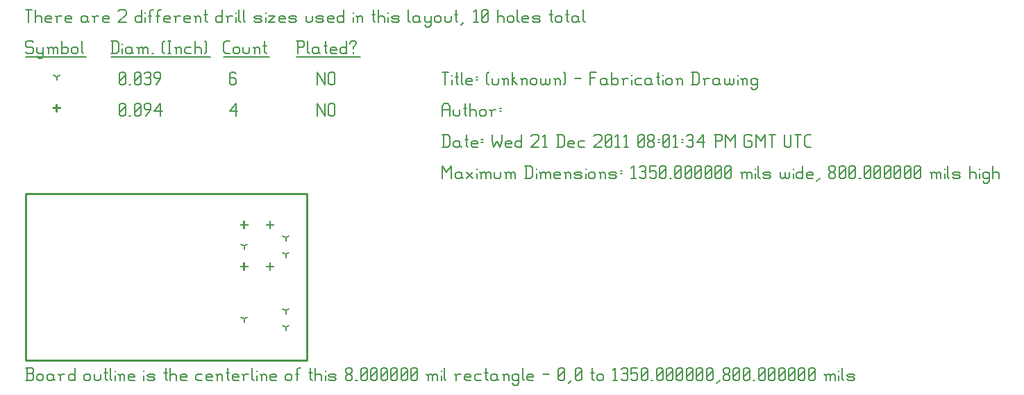
<source format=gbr>
G04 start of page 8 for group -3984 idx -3984 *
G04 Title: (unknown), fab *
G04 Creator: pcb 1.99z *
G04 CreationDate: Wed 21 Dec 2011 08:01:34 PM GMT UTC *
G04 For: dijkstra *
G04 Format: Gerber/RS-274X *
G04 PCB-Dimensions: 135000 80000 *
G04 PCB-Coordinate-Origin: lower left *
%MOIN*%
%FSLAX25Y25*%
%LNFAB*%
%ADD28C,0.0100*%
%ADD27C,0.0075*%
%ADD26C,0.0060*%
%ADD25R,0.0080X0.0080*%
G54D25*X105000Y66600D02*Y63400D01*
X103400Y65000D02*X106600D01*
X117500Y66600D02*Y63400D01*
X115900Y65000D02*X119100D01*
X117500Y46600D02*Y43400D01*
X115900Y45000D02*X119100D01*
X105000Y46600D02*Y43400D01*
X103400Y45000D02*X106600D01*
X15000Y122850D02*Y119650D01*
X13400Y121250D02*X16600D01*
G54D26*X140000Y123500D02*Y117500D01*
Y123500D02*X143750Y117500D01*
Y123500D02*Y117500D01*
X145550Y122750D02*Y118250D01*
Y122750D02*X146300Y123500D01*
X147800D01*
X148550Y122750D01*
Y118250D01*
X147800Y117500D02*X148550Y118250D01*
X146300Y117500D02*X147800D01*
X145550Y118250D02*X146300Y117500D01*
X98000Y119750D02*X101000Y123500D01*
X98000Y119750D02*X101750D01*
X101000Y123500D02*Y117500D01*
X45000Y118250D02*X45750Y117500D01*
X45000Y122750D02*Y118250D01*
Y122750D02*X45750Y123500D01*
X47250D01*
X48000Y122750D01*
Y118250D01*
X47250Y117500D02*X48000Y118250D01*
X45750Y117500D02*X47250D01*
X45000Y119000D02*X48000Y122000D01*
X49800Y117500D02*X50550D01*
X52350Y118250D02*X53100Y117500D01*
X52350Y122750D02*Y118250D01*
Y122750D02*X53100Y123500D01*
X54600D01*
X55350Y122750D01*
Y118250D01*
X54600Y117500D02*X55350Y118250D01*
X53100Y117500D02*X54600D01*
X52350Y119000D02*X55350Y122000D01*
X57900Y117500D02*X60150Y120500D01*
Y122750D02*Y120500D01*
X59400Y123500D02*X60150Y122750D01*
X57900Y123500D02*X59400D01*
X57150Y122750D02*X57900Y123500D01*
X57150Y122750D02*Y121250D01*
X57900Y120500D01*
X60150D01*
X61950Y119750D02*X64950Y123500D01*
X61950Y119750D02*X65700D01*
X64950Y123500D02*Y117500D01*
X105000Y55000D02*Y53400D01*
Y55000D02*X106387Y55800D01*
X105000Y55000D02*X103613Y55800D01*
X125000Y59000D02*Y57400D01*
Y59000D02*X126387Y59800D01*
X125000Y59000D02*X123613Y59800D01*
X125000Y51000D02*Y49400D01*
Y51000D02*X126387Y51800D01*
X125000Y51000D02*X123613Y51800D01*
X105000Y20000D02*Y18400D01*
Y20000D02*X106387Y20800D01*
X105000Y20000D02*X103613Y20800D01*
X125000Y24000D02*Y22400D01*
Y24000D02*X126387Y24800D01*
X125000Y24000D02*X123613Y24800D01*
X125000Y16000D02*Y14400D01*
Y16000D02*X126387Y16800D01*
X125000Y16000D02*X123613Y16800D01*
X15000Y136250D02*Y134650D01*
Y136250D02*X16387Y137050D01*
X15000Y136250D02*X13613Y137050D01*
X140000Y138500D02*Y132500D01*
Y138500D02*X143750Y132500D01*
Y138500D02*Y132500D01*
X145550Y137750D02*Y133250D01*
Y137750D02*X146300Y138500D01*
X147800D01*
X148550Y137750D01*
Y133250D01*
X147800Y132500D02*X148550Y133250D01*
X146300Y132500D02*X147800D01*
X145550Y133250D02*X146300Y132500D01*
X100250Y138500D02*X101000Y137750D01*
X98750Y138500D02*X100250D01*
X98000Y137750D02*X98750Y138500D01*
X98000Y137750D02*Y133250D01*
X98750Y132500D01*
X100250Y135800D02*X101000Y135050D01*
X98000Y135800D02*X100250D01*
X98750Y132500D02*X100250D01*
X101000Y133250D01*
Y135050D02*Y133250D01*
X45000D02*X45750Y132500D01*
X45000Y137750D02*Y133250D01*
Y137750D02*X45750Y138500D01*
X47250D01*
X48000Y137750D01*
Y133250D01*
X47250Y132500D02*X48000Y133250D01*
X45750Y132500D02*X47250D01*
X45000Y134000D02*X48000Y137000D01*
X49800Y132500D02*X50550D01*
X52350Y133250D02*X53100Y132500D01*
X52350Y137750D02*Y133250D01*
Y137750D02*X53100Y138500D01*
X54600D01*
X55350Y137750D01*
Y133250D01*
X54600Y132500D02*X55350Y133250D01*
X53100Y132500D02*X54600D01*
X52350Y134000D02*X55350Y137000D01*
X57150Y137750D02*X57900Y138500D01*
X59400D01*
X60150Y137750D01*
X59400Y132500D02*X60150Y133250D01*
X57900Y132500D02*X59400D01*
X57150Y133250D02*X57900Y132500D01*
Y135800D02*X59400D01*
X60150Y137750D02*Y136550D01*
Y135050D02*Y133250D01*
Y135050D02*X59400Y135800D01*
X60150Y136550D02*X59400Y135800D01*
X62700Y132500D02*X64950Y135500D01*
Y137750D02*Y135500D01*
X64200Y138500D02*X64950Y137750D01*
X62700Y138500D02*X64200D01*
X61950Y137750D02*X62700Y138500D01*
X61950Y137750D02*Y136250D01*
X62700Y135500D01*
X64950D01*
X3000Y153500D02*X3750Y152750D01*
X750Y153500D02*X3000D01*
X0Y152750D02*X750Y153500D01*
X0Y152750D02*Y151250D01*
X750Y150500D01*
X3000D01*
X3750Y149750D01*
Y148250D01*
X3000Y147500D02*X3750Y148250D01*
X750Y147500D02*X3000D01*
X0Y148250D02*X750Y147500D01*
X5550Y150500D02*Y148250D01*
X6300Y147500D01*
X8550Y150500D02*Y146000D01*
X7800Y145250D02*X8550Y146000D01*
X6300Y145250D02*X7800D01*
X5550Y146000D02*X6300Y145250D01*
Y147500D02*X7800D01*
X8550Y148250D01*
X11100Y149750D02*Y147500D01*
Y149750D02*X11850Y150500D01*
X12600D01*
X13350Y149750D01*
Y147500D01*
Y149750D02*X14100Y150500D01*
X14850D01*
X15600Y149750D01*
Y147500D01*
X10350Y150500D02*X11100Y149750D01*
X17400Y153500D02*Y147500D01*
Y148250D02*X18150Y147500D01*
X19650D01*
X20400Y148250D01*
Y149750D02*Y148250D01*
X19650Y150500D02*X20400Y149750D01*
X18150Y150500D02*X19650D01*
X17400Y149750D02*X18150Y150500D01*
X22200Y149750D02*Y148250D01*
Y149750D02*X22950Y150500D01*
X24450D01*
X25200Y149750D01*
Y148250D01*
X24450Y147500D02*X25200Y148250D01*
X22950Y147500D02*X24450D01*
X22200Y148250D02*X22950Y147500D01*
X27000Y153500D02*Y148250D01*
X27750Y147500D01*
X0Y145750D02*X29250D01*
X41750Y153500D02*Y147500D01*
X43700Y153500D02*X44750Y152450D01*
Y148550D01*
X43700Y147500D02*X44750Y148550D01*
X41000Y147500D02*X43700D01*
X41000Y153500D02*X43700D01*
G54D27*X46550Y152000D02*Y151850D01*
G54D26*Y149750D02*Y147500D01*
X50300Y150500D02*X51050Y149750D01*
X48800Y150500D02*X50300D01*
X48050Y149750D02*X48800Y150500D01*
X48050Y149750D02*Y148250D01*
X48800Y147500D01*
X51050Y150500D02*Y148250D01*
X51800Y147500D01*
X48800D02*X50300D01*
X51050Y148250D01*
X54350Y149750D02*Y147500D01*
Y149750D02*X55100Y150500D01*
X55850D01*
X56600Y149750D01*
Y147500D01*
Y149750D02*X57350Y150500D01*
X58100D01*
X58850Y149750D01*
Y147500D01*
X53600Y150500D02*X54350Y149750D01*
X60650Y147500D02*X61400D01*
X65900Y148250D02*X66650Y147500D01*
X65900Y152750D02*X66650Y153500D01*
X65900Y152750D02*Y148250D01*
X68450Y153500D02*X69950D01*
X69200D02*Y147500D01*
X68450D02*X69950D01*
X72500Y149750D02*Y147500D01*
Y149750D02*X73250Y150500D01*
X74000D01*
X74750Y149750D01*
Y147500D01*
X71750Y150500D02*X72500Y149750D01*
X77300Y150500D02*X79550D01*
X76550Y149750D02*X77300Y150500D01*
X76550Y149750D02*Y148250D01*
X77300Y147500D01*
X79550D01*
X81350Y153500D02*Y147500D01*
Y149750D02*X82100Y150500D01*
X83600D01*
X84350Y149750D01*
Y147500D01*
X86150Y153500D02*X86900Y152750D01*
Y148250D01*
X86150Y147500D02*X86900Y148250D01*
X41000Y145750D02*X88700D01*
X96050Y147500D02*X98000D01*
X95000Y148550D02*X96050Y147500D01*
X95000Y152450D02*Y148550D01*
Y152450D02*X96050Y153500D01*
X98000D01*
X99800Y149750D02*Y148250D01*
Y149750D02*X100550Y150500D01*
X102050D01*
X102800Y149750D01*
Y148250D01*
X102050Y147500D02*X102800Y148250D01*
X100550Y147500D02*X102050D01*
X99800Y148250D02*X100550Y147500D01*
X104600Y150500D02*Y148250D01*
X105350Y147500D01*
X106850D01*
X107600Y148250D01*
Y150500D02*Y148250D01*
X110150Y149750D02*Y147500D01*
Y149750D02*X110900Y150500D01*
X111650D01*
X112400Y149750D01*
Y147500D01*
X109400Y150500D02*X110150Y149750D01*
X114950Y153500D02*Y148250D01*
X115700Y147500D01*
X114200Y151250D02*X115700D01*
X95000Y145750D02*X117200D01*
X130750Y153500D02*Y147500D01*
X130000Y153500D02*X133000D01*
X133750Y152750D01*
Y151250D01*
X133000Y150500D02*X133750Y151250D01*
X130750Y150500D02*X133000D01*
X135550Y153500D02*Y148250D01*
X136300Y147500D01*
X140050Y150500D02*X140800Y149750D01*
X138550Y150500D02*X140050D01*
X137800Y149750D02*X138550Y150500D01*
X137800Y149750D02*Y148250D01*
X138550Y147500D01*
X140800Y150500D02*Y148250D01*
X141550Y147500D01*
X138550D02*X140050D01*
X140800Y148250D01*
X144100Y153500D02*Y148250D01*
X144850Y147500D01*
X143350Y151250D02*X144850D01*
X147100Y147500D02*X149350D01*
X146350Y148250D02*X147100Y147500D01*
X146350Y149750D02*Y148250D01*
Y149750D02*X147100Y150500D01*
X148600D01*
X149350Y149750D01*
X146350Y149000D02*X149350D01*
Y149750D02*Y149000D01*
X154150Y153500D02*Y147500D01*
X153400D02*X154150Y148250D01*
X151900Y147500D02*X153400D01*
X151150Y148250D02*X151900Y147500D01*
X151150Y149750D02*Y148250D01*
Y149750D02*X151900Y150500D01*
X153400D01*
X154150Y149750D01*
X157450Y150500D02*Y149750D01*
Y148250D02*Y147500D01*
X155950Y152750D02*Y152000D01*
Y152750D02*X156700Y153500D01*
X158200D01*
X158950Y152750D01*
Y152000D01*
X157450Y150500D02*X158950Y152000D01*
X130000Y145750D02*X160750D01*
X0Y168500D02*X3000D01*
X1500D02*Y162500D01*
X4800Y168500D02*Y162500D01*
Y164750D02*X5550Y165500D01*
X7050D01*
X7800Y164750D01*
Y162500D01*
X10350D02*X12600D01*
X9600Y163250D02*X10350Y162500D01*
X9600Y164750D02*Y163250D01*
Y164750D02*X10350Y165500D01*
X11850D01*
X12600Y164750D01*
X9600Y164000D02*X12600D01*
Y164750D02*Y164000D01*
X15150Y164750D02*Y162500D01*
Y164750D02*X15900Y165500D01*
X17400D01*
X14400D02*X15150Y164750D01*
X19950Y162500D02*X22200D01*
X19200Y163250D02*X19950Y162500D01*
X19200Y164750D02*Y163250D01*
Y164750D02*X19950Y165500D01*
X21450D01*
X22200Y164750D01*
X19200Y164000D02*X22200D01*
Y164750D02*Y164000D01*
X28950Y165500D02*X29700Y164750D01*
X27450Y165500D02*X28950D01*
X26700Y164750D02*X27450Y165500D01*
X26700Y164750D02*Y163250D01*
X27450Y162500D01*
X29700Y165500D02*Y163250D01*
X30450Y162500D01*
X27450D02*X28950D01*
X29700Y163250D01*
X33000Y164750D02*Y162500D01*
Y164750D02*X33750Y165500D01*
X35250D01*
X32250D02*X33000Y164750D01*
X37800Y162500D02*X40050D01*
X37050Y163250D02*X37800Y162500D01*
X37050Y164750D02*Y163250D01*
Y164750D02*X37800Y165500D01*
X39300D01*
X40050Y164750D01*
X37050Y164000D02*X40050D01*
Y164750D02*Y164000D01*
X44550Y167750D02*X45300Y168500D01*
X47550D01*
X48300Y167750D01*
Y166250D01*
X44550Y162500D02*X48300Y166250D01*
X44550Y162500D02*X48300D01*
X55800Y168500D02*Y162500D01*
X55050D02*X55800Y163250D01*
X53550Y162500D02*X55050D01*
X52800Y163250D02*X53550Y162500D01*
X52800Y164750D02*Y163250D01*
Y164750D02*X53550Y165500D01*
X55050D01*
X55800Y164750D01*
G54D27*X57600Y167000D02*Y166850D01*
G54D26*Y164750D02*Y162500D01*
X59850Y167750D02*Y162500D01*
Y167750D02*X60600Y168500D01*
X61350D01*
X59100Y165500D02*X60600D01*
X63600Y167750D02*Y162500D01*
Y167750D02*X64350Y168500D01*
X65100D01*
X62850Y165500D02*X64350D01*
X67350Y162500D02*X69600D01*
X66600Y163250D02*X67350Y162500D01*
X66600Y164750D02*Y163250D01*
Y164750D02*X67350Y165500D01*
X68850D01*
X69600Y164750D01*
X66600Y164000D02*X69600D01*
Y164750D02*Y164000D01*
X72150Y164750D02*Y162500D01*
Y164750D02*X72900Y165500D01*
X74400D01*
X71400D02*X72150Y164750D01*
X76950Y162500D02*X79200D01*
X76200Y163250D02*X76950Y162500D01*
X76200Y164750D02*Y163250D01*
Y164750D02*X76950Y165500D01*
X78450D01*
X79200Y164750D01*
X76200Y164000D02*X79200D01*
Y164750D02*Y164000D01*
X81750Y164750D02*Y162500D01*
Y164750D02*X82500Y165500D01*
X83250D01*
X84000Y164750D01*
Y162500D01*
X81000Y165500D02*X81750Y164750D01*
X86550Y168500D02*Y163250D01*
X87300Y162500D01*
X85800Y166250D02*X87300D01*
X94500Y168500D02*Y162500D01*
X93750D02*X94500Y163250D01*
X92250Y162500D02*X93750D01*
X91500Y163250D02*X92250Y162500D01*
X91500Y164750D02*Y163250D01*
Y164750D02*X92250Y165500D01*
X93750D01*
X94500Y164750D01*
X97050D02*Y162500D01*
Y164750D02*X97800Y165500D01*
X99300D01*
X96300D02*X97050Y164750D01*
G54D27*X101100Y167000D02*Y166850D01*
G54D26*Y164750D02*Y162500D01*
X102600Y168500D02*Y163250D01*
X103350Y162500D01*
X104850Y168500D02*Y163250D01*
X105600Y162500D01*
X110550D02*X112800D01*
X113550Y163250D01*
X112800Y164000D02*X113550Y163250D01*
X110550Y164000D02*X112800D01*
X109800Y164750D02*X110550Y164000D01*
X109800Y164750D02*X110550Y165500D01*
X112800D01*
X113550Y164750D01*
X109800Y163250D02*X110550Y162500D01*
G54D27*X115350Y167000D02*Y166850D01*
G54D26*Y164750D02*Y162500D01*
X116850Y165500D02*X119850D01*
X116850Y162500D02*X119850Y165500D01*
X116850Y162500D02*X119850D01*
X122400D02*X124650D01*
X121650Y163250D02*X122400Y162500D01*
X121650Y164750D02*Y163250D01*
Y164750D02*X122400Y165500D01*
X123900D01*
X124650Y164750D01*
X121650Y164000D02*X124650D01*
Y164750D02*Y164000D01*
X127200Y162500D02*X129450D01*
X130200Y163250D01*
X129450Y164000D02*X130200Y163250D01*
X127200Y164000D02*X129450D01*
X126450Y164750D02*X127200Y164000D01*
X126450Y164750D02*X127200Y165500D01*
X129450D01*
X130200Y164750D01*
X126450Y163250D02*X127200Y162500D01*
X134700Y165500D02*Y163250D01*
X135450Y162500D01*
X136950D01*
X137700Y163250D01*
Y165500D02*Y163250D01*
X140250Y162500D02*X142500D01*
X143250Y163250D01*
X142500Y164000D02*X143250Y163250D01*
X140250Y164000D02*X142500D01*
X139500Y164750D02*X140250Y164000D01*
X139500Y164750D02*X140250Y165500D01*
X142500D01*
X143250Y164750D01*
X139500Y163250D02*X140250Y162500D01*
X145800D02*X148050D01*
X145050Y163250D02*X145800Y162500D01*
X145050Y164750D02*Y163250D01*
Y164750D02*X145800Y165500D01*
X147300D01*
X148050Y164750D01*
X145050Y164000D02*X148050D01*
Y164750D02*Y164000D01*
X152850Y168500D02*Y162500D01*
X152100D02*X152850Y163250D01*
X150600Y162500D02*X152100D01*
X149850Y163250D02*X150600Y162500D01*
X149850Y164750D02*Y163250D01*
Y164750D02*X150600Y165500D01*
X152100D01*
X152850Y164750D01*
G54D27*X157350Y167000D02*Y166850D01*
G54D26*Y164750D02*Y162500D01*
X159600Y164750D02*Y162500D01*
Y164750D02*X160350Y165500D01*
X161100D01*
X161850Y164750D01*
Y162500D01*
X158850Y165500D02*X159600Y164750D01*
X167100Y168500D02*Y163250D01*
X167850Y162500D01*
X166350Y166250D02*X167850D01*
X169350Y168500D02*Y162500D01*
Y164750D02*X170100Y165500D01*
X171600D01*
X172350Y164750D01*
Y162500D01*
G54D27*X174150Y167000D02*Y166850D01*
G54D26*Y164750D02*Y162500D01*
X176400D02*X178650D01*
X179400Y163250D01*
X178650Y164000D02*X179400Y163250D01*
X176400Y164000D02*X178650D01*
X175650Y164750D02*X176400Y164000D01*
X175650Y164750D02*X176400Y165500D01*
X178650D01*
X179400Y164750D01*
X175650Y163250D02*X176400Y162500D01*
X183900Y168500D02*Y163250D01*
X184650Y162500D01*
X188400Y165500D02*X189150Y164750D01*
X186900Y165500D02*X188400D01*
X186150Y164750D02*X186900Y165500D01*
X186150Y164750D02*Y163250D01*
X186900Y162500D01*
X189150Y165500D02*Y163250D01*
X189900Y162500D01*
X186900D02*X188400D01*
X189150Y163250D01*
X191700Y165500D02*Y163250D01*
X192450Y162500D01*
X194700Y165500D02*Y161000D01*
X193950Y160250D02*X194700Y161000D01*
X192450Y160250D02*X193950D01*
X191700Y161000D02*X192450Y160250D01*
Y162500D02*X193950D01*
X194700Y163250D01*
X196500Y164750D02*Y163250D01*
Y164750D02*X197250Y165500D01*
X198750D01*
X199500Y164750D01*
Y163250D01*
X198750Y162500D02*X199500Y163250D01*
X197250Y162500D02*X198750D01*
X196500Y163250D02*X197250Y162500D01*
X201300Y165500D02*Y163250D01*
X202050Y162500D01*
X203550D01*
X204300Y163250D01*
Y165500D02*Y163250D01*
X206850Y168500D02*Y163250D01*
X207600Y162500D01*
X206100Y166250D02*X207600D01*
X209100Y161000D02*X210600Y162500D01*
X215100Y167300D02*X216300Y168500D01*
Y162500D01*
X215100D02*X217350D01*
X219150Y163250D02*X219900Y162500D01*
X219150Y167750D02*Y163250D01*
Y167750D02*X219900Y168500D01*
X221400D01*
X222150Y167750D01*
Y163250D01*
X221400Y162500D02*X222150Y163250D01*
X219900Y162500D02*X221400D01*
X219150Y164000D02*X222150Y167000D01*
X226650Y168500D02*Y162500D01*
Y164750D02*X227400Y165500D01*
X228900D01*
X229650Y164750D01*
Y162500D01*
X231450Y164750D02*Y163250D01*
Y164750D02*X232200Y165500D01*
X233700D01*
X234450Y164750D01*
Y163250D01*
X233700Y162500D02*X234450Y163250D01*
X232200Y162500D02*X233700D01*
X231450Y163250D02*X232200Y162500D01*
X236250Y168500D02*Y163250D01*
X237000Y162500D01*
X239250D02*X241500D01*
X238500Y163250D02*X239250Y162500D01*
X238500Y164750D02*Y163250D01*
Y164750D02*X239250Y165500D01*
X240750D01*
X241500Y164750D01*
X238500Y164000D02*X241500D01*
Y164750D02*Y164000D01*
X244050Y162500D02*X246300D01*
X247050Y163250D01*
X246300Y164000D02*X247050Y163250D01*
X244050Y164000D02*X246300D01*
X243300Y164750D02*X244050Y164000D01*
X243300Y164750D02*X244050Y165500D01*
X246300D01*
X247050Y164750D01*
X243300Y163250D02*X244050Y162500D01*
X252300Y168500D02*Y163250D01*
X253050Y162500D01*
X251550Y166250D02*X253050D01*
X254550Y164750D02*Y163250D01*
Y164750D02*X255300Y165500D01*
X256800D01*
X257550Y164750D01*
Y163250D01*
X256800Y162500D02*X257550Y163250D01*
X255300Y162500D02*X256800D01*
X254550Y163250D02*X255300Y162500D01*
X260100Y168500D02*Y163250D01*
X260850Y162500D01*
X259350Y166250D02*X260850D01*
X264600Y165500D02*X265350Y164750D01*
X263100Y165500D02*X264600D01*
X262350Y164750D02*X263100Y165500D01*
X262350Y164750D02*Y163250D01*
X263100Y162500D01*
X265350Y165500D02*Y163250D01*
X266100Y162500D01*
X263100D02*X264600D01*
X265350Y163250D01*
X267900Y168500D02*Y163250D01*
X268650Y162500D01*
G54D28*X0Y80000D02*X135000D01*
X0D02*Y0D01*
X135000Y80000D02*Y0D01*
X0D02*X135000D01*
G54D26*X200000Y93500D02*Y87500D01*
Y93500D02*X202250Y90500D01*
X204500Y93500D01*
Y87500D01*
X208550Y90500D02*X209300Y89750D01*
X207050Y90500D02*X208550D01*
X206300Y89750D02*X207050Y90500D01*
X206300Y89750D02*Y88250D01*
X207050Y87500D01*
X209300Y90500D02*Y88250D01*
X210050Y87500D01*
X207050D02*X208550D01*
X209300Y88250D01*
X211850Y90500D02*X214850Y87500D01*
X211850D02*X214850Y90500D01*
G54D27*X216650Y92000D02*Y91850D01*
G54D26*Y89750D02*Y87500D01*
X218900Y89750D02*Y87500D01*
Y89750D02*X219650Y90500D01*
X220400D01*
X221150Y89750D01*
Y87500D01*
Y89750D02*X221900Y90500D01*
X222650D01*
X223400Y89750D01*
Y87500D01*
X218150Y90500D02*X218900Y89750D01*
X225200Y90500D02*Y88250D01*
X225950Y87500D01*
X227450D01*
X228200Y88250D01*
Y90500D02*Y88250D01*
X230750Y89750D02*Y87500D01*
Y89750D02*X231500Y90500D01*
X232250D01*
X233000Y89750D01*
Y87500D01*
Y89750D02*X233750Y90500D01*
X234500D01*
X235250Y89750D01*
Y87500D01*
X230000Y90500D02*X230750Y89750D01*
X240500Y93500D02*Y87500D01*
X242450Y93500D02*X243500Y92450D01*
Y88550D01*
X242450Y87500D02*X243500Y88550D01*
X239750Y87500D02*X242450D01*
X239750Y93500D02*X242450D01*
G54D27*X245300Y92000D02*Y91850D01*
G54D26*Y89750D02*Y87500D01*
X247550Y89750D02*Y87500D01*
Y89750D02*X248300Y90500D01*
X249050D01*
X249800Y89750D01*
Y87500D01*
Y89750D02*X250550Y90500D01*
X251300D01*
X252050Y89750D01*
Y87500D01*
X246800Y90500D02*X247550Y89750D01*
X254600Y87500D02*X256850D01*
X253850Y88250D02*X254600Y87500D01*
X253850Y89750D02*Y88250D01*
Y89750D02*X254600Y90500D01*
X256100D01*
X256850Y89750D01*
X253850Y89000D02*X256850D01*
Y89750D02*Y89000D01*
X259400Y89750D02*Y87500D01*
Y89750D02*X260150Y90500D01*
X260900D01*
X261650Y89750D01*
Y87500D01*
X258650Y90500D02*X259400Y89750D01*
X264200Y87500D02*X266450D01*
X267200Y88250D01*
X266450Y89000D02*X267200Y88250D01*
X264200Y89000D02*X266450D01*
X263450Y89750D02*X264200Y89000D01*
X263450Y89750D02*X264200Y90500D01*
X266450D01*
X267200Y89750D01*
X263450Y88250D02*X264200Y87500D01*
G54D27*X269000Y92000D02*Y91850D01*
G54D26*Y89750D02*Y87500D01*
X270500Y89750D02*Y88250D01*
Y89750D02*X271250Y90500D01*
X272750D01*
X273500Y89750D01*
Y88250D01*
X272750Y87500D02*X273500Y88250D01*
X271250Y87500D02*X272750D01*
X270500Y88250D02*X271250Y87500D01*
X276050Y89750D02*Y87500D01*
Y89750D02*X276800Y90500D01*
X277550D01*
X278300Y89750D01*
Y87500D01*
X275300Y90500D02*X276050Y89750D01*
X280850Y87500D02*X283100D01*
X283850Y88250D01*
X283100Y89000D02*X283850Y88250D01*
X280850Y89000D02*X283100D01*
X280100Y89750D02*X280850Y89000D01*
X280100Y89750D02*X280850Y90500D01*
X283100D01*
X283850Y89750D01*
X280100Y88250D02*X280850Y87500D01*
X285650Y91250D02*X286400D01*
X285650Y89750D02*X286400D01*
X290900Y92300D02*X292100Y93500D01*
Y87500D01*
X290900D02*X293150D01*
X294950Y92750D02*X295700Y93500D01*
X297200D01*
X297950Y92750D01*
X297200Y87500D02*X297950Y88250D01*
X295700Y87500D02*X297200D01*
X294950Y88250D02*X295700Y87500D01*
Y90800D02*X297200D01*
X297950Y92750D02*Y91550D01*
Y90050D02*Y88250D01*
Y90050D02*X297200Y90800D01*
X297950Y91550D02*X297200Y90800D01*
X299750Y93500D02*X302750D01*
X299750D02*Y90500D01*
X300500Y91250D01*
X302000D01*
X302750Y90500D01*
Y88250D01*
X302000Y87500D02*X302750Y88250D01*
X300500Y87500D02*X302000D01*
X299750Y88250D02*X300500Y87500D01*
X304550Y88250D02*X305300Y87500D01*
X304550Y92750D02*Y88250D01*
Y92750D02*X305300Y93500D01*
X306800D01*
X307550Y92750D01*
Y88250D01*
X306800Y87500D02*X307550Y88250D01*
X305300Y87500D02*X306800D01*
X304550Y89000D02*X307550Y92000D01*
X309350Y87500D02*X310100D01*
X311900Y88250D02*X312650Y87500D01*
X311900Y92750D02*Y88250D01*
Y92750D02*X312650Y93500D01*
X314150D01*
X314900Y92750D01*
Y88250D01*
X314150Y87500D02*X314900Y88250D01*
X312650Y87500D02*X314150D01*
X311900Y89000D02*X314900Y92000D01*
X316700Y88250D02*X317450Y87500D01*
X316700Y92750D02*Y88250D01*
Y92750D02*X317450Y93500D01*
X318950D01*
X319700Y92750D01*
Y88250D01*
X318950Y87500D02*X319700Y88250D01*
X317450Y87500D02*X318950D01*
X316700Y89000D02*X319700Y92000D01*
X321500Y88250D02*X322250Y87500D01*
X321500Y92750D02*Y88250D01*
Y92750D02*X322250Y93500D01*
X323750D01*
X324500Y92750D01*
Y88250D01*
X323750Y87500D02*X324500Y88250D01*
X322250Y87500D02*X323750D01*
X321500Y89000D02*X324500Y92000D01*
X326300Y88250D02*X327050Y87500D01*
X326300Y92750D02*Y88250D01*
Y92750D02*X327050Y93500D01*
X328550D01*
X329300Y92750D01*
Y88250D01*
X328550Y87500D02*X329300Y88250D01*
X327050Y87500D02*X328550D01*
X326300Y89000D02*X329300Y92000D01*
X331100Y88250D02*X331850Y87500D01*
X331100Y92750D02*Y88250D01*
Y92750D02*X331850Y93500D01*
X333350D01*
X334100Y92750D01*
Y88250D01*
X333350Y87500D02*X334100Y88250D01*
X331850Y87500D02*X333350D01*
X331100Y89000D02*X334100Y92000D01*
X335900Y88250D02*X336650Y87500D01*
X335900Y92750D02*Y88250D01*
Y92750D02*X336650Y93500D01*
X338150D01*
X338900Y92750D01*
Y88250D01*
X338150Y87500D02*X338900Y88250D01*
X336650Y87500D02*X338150D01*
X335900Y89000D02*X338900Y92000D01*
X344150Y89750D02*Y87500D01*
Y89750D02*X344900Y90500D01*
X345650D01*
X346400Y89750D01*
Y87500D01*
Y89750D02*X347150Y90500D01*
X347900D01*
X348650Y89750D01*
Y87500D01*
X343400Y90500D02*X344150Y89750D01*
G54D27*X350450Y92000D02*Y91850D01*
G54D26*Y89750D02*Y87500D01*
X351950Y93500D02*Y88250D01*
X352700Y87500D01*
X354950D02*X357200D01*
X357950Y88250D01*
X357200Y89000D02*X357950Y88250D01*
X354950Y89000D02*X357200D01*
X354200Y89750D02*X354950Y89000D01*
X354200Y89750D02*X354950Y90500D01*
X357200D01*
X357950Y89750D01*
X354200Y88250D02*X354950Y87500D01*
X362450Y90500D02*Y88250D01*
X363200Y87500D01*
X363950D01*
X364700Y88250D01*
Y90500D02*Y88250D01*
X365450Y87500D01*
X366200D01*
X366950Y88250D01*
Y90500D02*Y88250D01*
G54D27*X368750Y92000D02*Y91850D01*
G54D26*Y89750D02*Y87500D01*
X373250Y93500D02*Y87500D01*
X372500D02*X373250Y88250D01*
X371000Y87500D02*X372500D01*
X370250Y88250D02*X371000Y87500D01*
X370250Y89750D02*Y88250D01*
Y89750D02*X371000Y90500D01*
X372500D01*
X373250Y89750D01*
X375800Y87500D02*X378050D01*
X375050Y88250D02*X375800Y87500D01*
X375050Y89750D02*Y88250D01*
Y89750D02*X375800Y90500D01*
X377300D01*
X378050Y89750D01*
X375050Y89000D02*X378050D01*
Y89750D02*Y89000D01*
X379850Y86000D02*X381350Y87500D01*
X385850Y88250D02*X386600Y87500D01*
X385850Y89450D02*Y88250D01*
Y89450D02*X386900Y90500D01*
X387800D01*
X388850Y89450D01*
Y88250D01*
X388100Y87500D02*X388850Y88250D01*
X386600Y87500D02*X388100D01*
X385850Y91550D02*X386900Y90500D01*
X385850Y92750D02*Y91550D01*
Y92750D02*X386600Y93500D01*
X388100D01*
X388850Y92750D01*
Y91550D01*
X387800Y90500D02*X388850Y91550D01*
X390650Y88250D02*X391400Y87500D01*
X390650Y92750D02*Y88250D01*
Y92750D02*X391400Y93500D01*
X392900D01*
X393650Y92750D01*
Y88250D01*
X392900Y87500D02*X393650Y88250D01*
X391400Y87500D02*X392900D01*
X390650Y89000D02*X393650Y92000D01*
X395450Y88250D02*X396200Y87500D01*
X395450Y92750D02*Y88250D01*
Y92750D02*X396200Y93500D01*
X397700D01*
X398450Y92750D01*
Y88250D01*
X397700Y87500D02*X398450Y88250D01*
X396200Y87500D02*X397700D01*
X395450Y89000D02*X398450Y92000D01*
X400250Y87500D02*X401000D01*
X402800Y88250D02*X403550Y87500D01*
X402800Y92750D02*Y88250D01*
Y92750D02*X403550Y93500D01*
X405050D01*
X405800Y92750D01*
Y88250D01*
X405050Y87500D02*X405800Y88250D01*
X403550Y87500D02*X405050D01*
X402800Y89000D02*X405800Y92000D01*
X407600Y88250D02*X408350Y87500D01*
X407600Y92750D02*Y88250D01*
Y92750D02*X408350Y93500D01*
X409850D01*
X410600Y92750D01*
Y88250D01*
X409850Y87500D02*X410600Y88250D01*
X408350Y87500D02*X409850D01*
X407600Y89000D02*X410600Y92000D01*
X412400Y88250D02*X413150Y87500D01*
X412400Y92750D02*Y88250D01*
Y92750D02*X413150Y93500D01*
X414650D01*
X415400Y92750D01*
Y88250D01*
X414650Y87500D02*X415400Y88250D01*
X413150Y87500D02*X414650D01*
X412400Y89000D02*X415400Y92000D01*
X417200Y88250D02*X417950Y87500D01*
X417200Y92750D02*Y88250D01*
Y92750D02*X417950Y93500D01*
X419450D01*
X420200Y92750D01*
Y88250D01*
X419450Y87500D02*X420200Y88250D01*
X417950Y87500D02*X419450D01*
X417200Y89000D02*X420200Y92000D01*
X422000Y88250D02*X422750Y87500D01*
X422000Y92750D02*Y88250D01*
Y92750D02*X422750Y93500D01*
X424250D01*
X425000Y92750D01*
Y88250D01*
X424250Y87500D02*X425000Y88250D01*
X422750Y87500D02*X424250D01*
X422000Y89000D02*X425000Y92000D01*
X426800Y88250D02*X427550Y87500D01*
X426800Y92750D02*Y88250D01*
Y92750D02*X427550Y93500D01*
X429050D01*
X429800Y92750D01*
Y88250D01*
X429050Y87500D02*X429800Y88250D01*
X427550Y87500D02*X429050D01*
X426800Y89000D02*X429800Y92000D01*
X435050Y89750D02*Y87500D01*
Y89750D02*X435800Y90500D01*
X436550D01*
X437300Y89750D01*
Y87500D01*
Y89750D02*X438050Y90500D01*
X438800D01*
X439550Y89750D01*
Y87500D01*
X434300Y90500D02*X435050Y89750D01*
G54D27*X441350Y92000D02*Y91850D01*
G54D26*Y89750D02*Y87500D01*
X442850Y93500D02*Y88250D01*
X443600Y87500D01*
X445850D02*X448100D01*
X448850Y88250D01*
X448100Y89000D02*X448850Y88250D01*
X445850Y89000D02*X448100D01*
X445100Y89750D02*X445850Y89000D01*
X445100Y89750D02*X445850Y90500D01*
X448100D01*
X448850Y89750D01*
X445100Y88250D02*X445850Y87500D01*
X453350Y93500D02*Y87500D01*
Y89750D02*X454100Y90500D01*
X455600D01*
X456350Y89750D01*
Y87500D01*
G54D27*X458150Y92000D02*Y91850D01*
G54D26*Y89750D02*Y87500D01*
X461900Y90500D02*X462650Y89750D01*
X460400Y90500D02*X461900D01*
X459650Y89750D02*X460400Y90500D01*
X459650Y89750D02*Y88250D01*
X460400Y87500D01*
X461900D01*
X462650Y88250D01*
X459650Y86000D02*X460400Y85250D01*
X461900D01*
X462650Y86000D01*
Y90500D02*Y86000D01*
X464450Y93500D02*Y87500D01*
Y89750D02*X465200Y90500D01*
X466700D01*
X467450Y89750D01*
Y87500D01*
X0Y-9500D02*X3000D01*
X3750Y-8750D01*
Y-6950D02*Y-8750D01*
X3000Y-6200D02*X3750Y-6950D01*
X750Y-6200D02*X3000D01*
X750Y-3500D02*Y-9500D01*
X0Y-3500D02*X3000D01*
X3750Y-4250D01*
Y-5450D01*
X3000Y-6200D02*X3750Y-5450D01*
X5550Y-7250D02*Y-8750D01*
Y-7250D02*X6300Y-6500D01*
X7800D01*
X8550Y-7250D01*
Y-8750D01*
X7800Y-9500D02*X8550Y-8750D01*
X6300Y-9500D02*X7800D01*
X5550Y-8750D02*X6300Y-9500D01*
X12600Y-6500D02*X13350Y-7250D01*
X11100Y-6500D02*X12600D01*
X10350Y-7250D02*X11100Y-6500D01*
X10350Y-7250D02*Y-8750D01*
X11100Y-9500D01*
X13350Y-6500D02*Y-8750D01*
X14100Y-9500D01*
X11100D02*X12600D01*
X13350Y-8750D01*
X16650Y-7250D02*Y-9500D01*
Y-7250D02*X17400Y-6500D01*
X18900D01*
X15900D02*X16650Y-7250D01*
X23700Y-3500D02*Y-9500D01*
X22950D02*X23700Y-8750D01*
X21450Y-9500D02*X22950D01*
X20700Y-8750D02*X21450Y-9500D01*
X20700Y-7250D02*Y-8750D01*
Y-7250D02*X21450Y-6500D01*
X22950D01*
X23700Y-7250D01*
X28200D02*Y-8750D01*
Y-7250D02*X28950Y-6500D01*
X30450D01*
X31200Y-7250D01*
Y-8750D01*
X30450Y-9500D02*X31200Y-8750D01*
X28950Y-9500D02*X30450D01*
X28200Y-8750D02*X28950Y-9500D01*
X33000Y-6500D02*Y-8750D01*
X33750Y-9500D01*
X35250D01*
X36000Y-8750D01*
Y-6500D02*Y-8750D01*
X38550Y-3500D02*Y-8750D01*
X39300Y-9500D01*
X37800Y-5750D02*X39300D01*
X40800Y-3500D02*Y-8750D01*
X41550Y-9500D01*
G54D27*X43050Y-5000D02*Y-5150D01*
G54D26*Y-7250D02*Y-9500D01*
X45300Y-7250D02*Y-9500D01*
Y-7250D02*X46050Y-6500D01*
X46800D01*
X47550Y-7250D01*
Y-9500D01*
X44550Y-6500D02*X45300Y-7250D01*
X50100Y-9500D02*X52350D01*
X49350Y-8750D02*X50100Y-9500D01*
X49350Y-7250D02*Y-8750D01*
Y-7250D02*X50100Y-6500D01*
X51600D01*
X52350Y-7250D01*
X49350Y-8000D02*X52350D01*
Y-7250D02*Y-8000D01*
G54D27*X56850Y-5000D02*Y-5150D01*
G54D26*Y-7250D02*Y-9500D01*
X59100D02*X61350D01*
X62100Y-8750D01*
X61350Y-8000D02*X62100Y-8750D01*
X59100Y-8000D02*X61350D01*
X58350Y-7250D02*X59100Y-8000D01*
X58350Y-7250D02*X59100Y-6500D01*
X61350D01*
X62100Y-7250D01*
X58350Y-8750D02*X59100Y-9500D01*
X67350Y-3500D02*Y-8750D01*
X68100Y-9500D01*
X66600Y-5750D02*X68100D01*
X69600Y-3500D02*Y-9500D01*
Y-7250D02*X70350Y-6500D01*
X71850D01*
X72600Y-7250D01*
Y-9500D01*
X75150D02*X77400D01*
X74400Y-8750D02*X75150Y-9500D01*
X74400Y-7250D02*Y-8750D01*
Y-7250D02*X75150Y-6500D01*
X76650D01*
X77400Y-7250D01*
X74400Y-8000D02*X77400D01*
Y-7250D02*Y-8000D01*
X82650Y-6500D02*X84900D01*
X81900Y-7250D02*X82650Y-6500D01*
X81900Y-7250D02*Y-8750D01*
X82650Y-9500D01*
X84900D01*
X87450D02*X89700D01*
X86700Y-8750D02*X87450Y-9500D01*
X86700Y-7250D02*Y-8750D01*
Y-7250D02*X87450Y-6500D01*
X88950D01*
X89700Y-7250D01*
X86700Y-8000D02*X89700D01*
Y-7250D02*Y-8000D01*
X92250Y-7250D02*Y-9500D01*
Y-7250D02*X93000Y-6500D01*
X93750D01*
X94500Y-7250D01*
Y-9500D01*
X91500Y-6500D02*X92250Y-7250D01*
X97050Y-3500D02*Y-8750D01*
X97800Y-9500D01*
X96300Y-5750D02*X97800D01*
X100050Y-9500D02*X102300D01*
X99300Y-8750D02*X100050Y-9500D01*
X99300Y-7250D02*Y-8750D01*
Y-7250D02*X100050Y-6500D01*
X101550D01*
X102300Y-7250D01*
X99300Y-8000D02*X102300D01*
Y-7250D02*Y-8000D01*
X104850Y-7250D02*Y-9500D01*
Y-7250D02*X105600Y-6500D01*
X107100D01*
X104100D02*X104850Y-7250D01*
X108900Y-3500D02*Y-8750D01*
X109650Y-9500D01*
G54D27*X111150Y-5000D02*Y-5150D01*
G54D26*Y-7250D02*Y-9500D01*
X113400Y-7250D02*Y-9500D01*
Y-7250D02*X114150Y-6500D01*
X114900D01*
X115650Y-7250D01*
Y-9500D01*
X112650Y-6500D02*X113400Y-7250D01*
X118200Y-9500D02*X120450D01*
X117450Y-8750D02*X118200Y-9500D01*
X117450Y-7250D02*Y-8750D01*
Y-7250D02*X118200Y-6500D01*
X119700D01*
X120450Y-7250D01*
X117450Y-8000D02*X120450D01*
Y-7250D02*Y-8000D01*
X124950Y-7250D02*Y-8750D01*
Y-7250D02*X125700Y-6500D01*
X127200D01*
X127950Y-7250D01*
Y-8750D01*
X127200Y-9500D02*X127950Y-8750D01*
X125700Y-9500D02*X127200D01*
X124950Y-8750D02*X125700Y-9500D01*
X130500Y-4250D02*Y-9500D01*
Y-4250D02*X131250Y-3500D01*
X132000D01*
X129750Y-6500D02*X131250D01*
X136950Y-3500D02*Y-8750D01*
X137700Y-9500D01*
X136200Y-5750D02*X137700D01*
X139200Y-3500D02*Y-9500D01*
Y-7250D02*X139950Y-6500D01*
X141450D01*
X142200Y-7250D01*
Y-9500D01*
G54D27*X144000Y-5000D02*Y-5150D01*
G54D26*Y-7250D02*Y-9500D01*
X146250D02*X148500D01*
X149250Y-8750D01*
X148500Y-8000D02*X149250Y-8750D01*
X146250Y-8000D02*X148500D01*
X145500Y-7250D02*X146250Y-8000D01*
X145500Y-7250D02*X146250Y-6500D01*
X148500D01*
X149250Y-7250D01*
X145500Y-8750D02*X146250Y-9500D01*
X153750Y-8750D02*X154500Y-9500D01*
X153750Y-7550D02*Y-8750D01*
Y-7550D02*X154800Y-6500D01*
X155700D01*
X156750Y-7550D01*
Y-8750D01*
X156000Y-9500D02*X156750Y-8750D01*
X154500Y-9500D02*X156000D01*
X153750Y-5450D02*X154800Y-6500D01*
X153750Y-4250D02*Y-5450D01*
Y-4250D02*X154500Y-3500D01*
X156000D01*
X156750Y-4250D01*
Y-5450D01*
X155700Y-6500D02*X156750Y-5450D01*
X158550Y-9500D02*X159300D01*
X161100Y-8750D02*X161850Y-9500D01*
X161100Y-4250D02*Y-8750D01*
Y-4250D02*X161850Y-3500D01*
X163350D01*
X164100Y-4250D01*
Y-8750D01*
X163350Y-9500D02*X164100Y-8750D01*
X161850Y-9500D02*X163350D01*
X161100Y-8000D02*X164100Y-5000D01*
X165900Y-8750D02*X166650Y-9500D01*
X165900Y-4250D02*Y-8750D01*
Y-4250D02*X166650Y-3500D01*
X168150D01*
X168900Y-4250D01*
Y-8750D01*
X168150Y-9500D02*X168900Y-8750D01*
X166650Y-9500D02*X168150D01*
X165900Y-8000D02*X168900Y-5000D01*
X170700Y-8750D02*X171450Y-9500D01*
X170700Y-4250D02*Y-8750D01*
Y-4250D02*X171450Y-3500D01*
X172950D01*
X173700Y-4250D01*
Y-8750D01*
X172950Y-9500D02*X173700Y-8750D01*
X171450Y-9500D02*X172950D01*
X170700Y-8000D02*X173700Y-5000D01*
X175500Y-8750D02*X176250Y-9500D01*
X175500Y-4250D02*Y-8750D01*
Y-4250D02*X176250Y-3500D01*
X177750D01*
X178500Y-4250D01*
Y-8750D01*
X177750Y-9500D02*X178500Y-8750D01*
X176250Y-9500D02*X177750D01*
X175500Y-8000D02*X178500Y-5000D01*
X180300Y-8750D02*X181050Y-9500D01*
X180300Y-4250D02*Y-8750D01*
Y-4250D02*X181050Y-3500D01*
X182550D01*
X183300Y-4250D01*
Y-8750D01*
X182550Y-9500D02*X183300Y-8750D01*
X181050Y-9500D02*X182550D01*
X180300Y-8000D02*X183300Y-5000D01*
X185100Y-8750D02*X185850Y-9500D01*
X185100Y-4250D02*Y-8750D01*
Y-4250D02*X185850Y-3500D01*
X187350D01*
X188100Y-4250D01*
Y-8750D01*
X187350Y-9500D02*X188100Y-8750D01*
X185850Y-9500D02*X187350D01*
X185100Y-8000D02*X188100Y-5000D01*
X193350Y-7250D02*Y-9500D01*
Y-7250D02*X194100Y-6500D01*
X194850D01*
X195600Y-7250D01*
Y-9500D01*
Y-7250D02*X196350Y-6500D01*
X197100D01*
X197850Y-7250D01*
Y-9500D01*
X192600Y-6500D02*X193350Y-7250D01*
G54D27*X199650Y-5000D02*Y-5150D01*
G54D26*Y-7250D02*Y-9500D01*
X201150Y-3500D02*Y-8750D01*
X201900Y-9500D01*
X206850Y-7250D02*Y-9500D01*
Y-7250D02*X207600Y-6500D01*
X209100D01*
X206100D02*X206850Y-7250D01*
X211650Y-9500D02*X213900D01*
X210900Y-8750D02*X211650Y-9500D01*
X210900Y-7250D02*Y-8750D01*
Y-7250D02*X211650Y-6500D01*
X213150D01*
X213900Y-7250D01*
X210900Y-8000D02*X213900D01*
Y-7250D02*Y-8000D01*
X216450Y-6500D02*X218700D01*
X215700Y-7250D02*X216450Y-6500D01*
X215700Y-7250D02*Y-8750D01*
X216450Y-9500D01*
X218700D01*
X221250Y-3500D02*Y-8750D01*
X222000Y-9500D01*
X220500Y-5750D02*X222000D01*
X225750Y-6500D02*X226500Y-7250D01*
X224250Y-6500D02*X225750D01*
X223500Y-7250D02*X224250Y-6500D01*
X223500Y-7250D02*Y-8750D01*
X224250Y-9500D01*
X226500Y-6500D02*Y-8750D01*
X227250Y-9500D01*
X224250D02*X225750D01*
X226500Y-8750D01*
X229800Y-7250D02*Y-9500D01*
Y-7250D02*X230550Y-6500D01*
X231300D01*
X232050Y-7250D01*
Y-9500D01*
X229050Y-6500D02*X229800Y-7250D01*
X236100Y-6500D02*X236850Y-7250D01*
X234600Y-6500D02*X236100D01*
X233850Y-7250D02*X234600Y-6500D01*
X233850Y-7250D02*Y-8750D01*
X234600Y-9500D01*
X236100D01*
X236850Y-8750D01*
X233850Y-11000D02*X234600Y-11750D01*
X236100D01*
X236850Y-11000D01*
Y-6500D02*Y-11000D01*
X238650Y-3500D02*Y-8750D01*
X239400Y-9500D01*
X241650D02*X243900D01*
X240900Y-8750D02*X241650Y-9500D01*
X240900Y-7250D02*Y-8750D01*
Y-7250D02*X241650Y-6500D01*
X243150D01*
X243900Y-7250D01*
X240900Y-8000D02*X243900D01*
Y-7250D02*Y-8000D01*
X248400Y-6500D02*X251400D01*
X255900Y-8750D02*X256650Y-9500D01*
X255900Y-4250D02*Y-8750D01*
Y-4250D02*X256650Y-3500D01*
X258150D01*
X258900Y-4250D01*
Y-8750D01*
X258150Y-9500D02*X258900Y-8750D01*
X256650Y-9500D02*X258150D01*
X255900Y-8000D02*X258900Y-5000D01*
X260700Y-11000D02*X262200Y-9500D01*
X264000Y-8750D02*X264750Y-9500D01*
X264000Y-4250D02*Y-8750D01*
Y-4250D02*X264750Y-3500D01*
X266250D01*
X267000Y-4250D01*
Y-8750D01*
X266250Y-9500D02*X267000Y-8750D01*
X264750Y-9500D02*X266250D01*
X264000Y-8000D02*X267000Y-5000D01*
X272250Y-3500D02*Y-8750D01*
X273000Y-9500D01*
X271500Y-5750D02*X273000D01*
X274500Y-7250D02*Y-8750D01*
Y-7250D02*X275250Y-6500D01*
X276750D01*
X277500Y-7250D01*
Y-8750D01*
X276750Y-9500D02*X277500Y-8750D01*
X275250Y-9500D02*X276750D01*
X274500Y-8750D02*X275250Y-9500D01*
X282000Y-4700D02*X283200Y-3500D01*
Y-9500D01*
X282000D02*X284250D01*
X286050Y-4250D02*X286800Y-3500D01*
X288300D01*
X289050Y-4250D01*
X288300Y-9500D02*X289050Y-8750D01*
X286800Y-9500D02*X288300D01*
X286050Y-8750D02*X286800Y-9500D01*
Y-6200D02*X288300D01*
X289050Y-4250D02*Y-5450D01*
Y-6950D02*Y-8750D01*
Y-6950D02*X288300Y-6200D01*
X289050Y-5450D02*X288300Y-6200D01*
X290850Y-3500D02*X293850D01*
X290850D02*Y-6500D01*
X291600Y-5750D01*
X293100D01*
X293850Y-6500D01*
Y-8750D01*
X293100Y-9500D02*X293850Y-8750D01*
X291600Y-9500D02*X293100D01*
X290850Y-8750D02*X291600Y-9500D01*
X295650Y-8750D02*X296400Y-9500D01*
X295650Y-4250D02*Y-8750D01*
Y-4250D02*X296400Y-3500D01*
X297900D01*
X298650Y-4250D01*
Y-8750D01*
X297900Y-9500D02*X298650Y-8750D01*
X296400Y-9500D02*X297900D01*
X295650Y-8000D02*X298650Y-5000D01*
X300450Y-9500D02*X301200D01*
X303000Y-8750D02*X303750Y-9500D01*
X303000Y-4250D02*Y-8750D01*
Y-4250D02*X303750Y-3500D01*
X305250D01*
X306000Y-4250D01*
Y-8750D01*
X305250Y-9500D02*X306000Y-8750D01*
X303750Y-9500D02*X305250D01*
X303000Y-8000D02*X306000Y-5000D01*
X307800Y-8750D02*X308550Y-9500D01*
X307800Y-4250D02*Y-8750D01*
Y-4250D02*X308550Y-3500D01*
X310050D01*
X310800Y-4250D01*
Y-8750D01*
X310050Y-9500D02*X310800Y-8750D01*
X308550Y-9500D02*X310050D01*
X307800Y-8000D02*X310800Y-5000D01*
X312600Y-8750D02*X313350Y-9500D01*
X312600Y-4250D02*Y-8750D01*
Y-4250D02*X313350Y-3500D01*
X314850D01*
X315600Y-4250D01*
Y-8750D01*
X314850Y-9500D02*X315600Y-8750D01*
X313350Y-9500D02*X314850D01*
X312600Y-8000D02*X315600Y-5000D01*
X317400Y-8750D02*X318150Y-9500D01*
X317400Y-4250D02*Y-8750D01*
Y-4250D02*X318150Y-3500D01*
X319650D01*
X320400Y-4250D01*
Y-8750D01*
X319650Y-9500D02*X320400Y-8750D01*
X318150Y-9500D02*X319650D01*
X317400Y-8000D02*X320400Y-5000D01*
X322200Y-8750D02*X322950Y-9500D01*
X322200Y-4250D02*Y-8750D01*
Y-4250D02*X322950Y-3500D01*
X324450D01*
X325200Y-4250D01*
Y-8750D01*
X324450Y-9500D02*X325200Y-8750D01*
X322950Y-9500D02*X324450D01*
X322200Y-8000D02*X325200Y-5000D01*
X327000Y-8750D02*X327750Y-9500D01*
X327000Y-4250D02*Y-8750D01*
Y-4250D02*X327750Y-3500D01*
X329250D01*
X330000Y-4250D01*
Y-8750D01*
X329250Y-9500D02*X330000Y-8750D01*
X327750Y-9500D02*X329250D01*
X327000Y-8000D02*X330000Y-5000D01*
X331800Y-11000D02*X333300Y-9500D01*
X335100Y-8750D02*X335850Y-9500D01*
X335100Y-7550D02*Y-8750D01*
Y-7550D02*X336150Y-6500D01*
X337050D01*
X338100Y-7550D01*
Y-8750D01*
X337350Y-9500D02*X338100Y-8750D01*
X335850Y-9500D02*X337350D01*
X335100Y-5450D02*X336150Y-6500D01*
X335100Y-4250D02*Y-5450D01*
Y-4250D02*X335850Y-3500D01*
X337350D01*
X338100Y-4250D01*
Y-5450D01*
X337050Y-6500D02*X338100Y-5450D01*
X339900Y-8750D02*X340650Y-9500D01*
X339900Y-4250D02*Y-8750D01*
Y-4250D02*X340650Y-3500D01*
X342150D01*
X342900Y-4250D01*
Y-8750D01*
X342150Y-9500D02*X342900Y-8750D01*
X340650Y-9500D02*X342150D01*
X339900Y-8000D02*X342900Y-5000D01*
X344700Y-8750D02*X345450Y-9500D01*
X344700Y-4250D02*Y-8750D01*
Y-4250D02*X345450Y-3500D01*
X346950D01*
X347700Y-4250D01*
Y-8750D01*
X346950Y-9500D02*X347700Y-8750D01*
X345450Y-9500D02*X346950D01*
X344700Y-8000D02*X347700Y-5000D01*
X349500Y-9500D02*X350250D01*
X352050Y-8750D02*X352800Y-9500D01*
X352050Y-4250D02*Y-8750D01*
Y-4250D02*X352800Y-3500D01*
X354300D01*
X355050Y-4250D01*
Y-8750D01*
X354300Y-9500D02*X355050Y-8750D01*
X352800Y-9500D02*X354300D01*
X352050Y-8000D02*X355050Y-5000D01*
X356850Y-8750D02*X357600Y-9500D01*
X356850Y-4250D02*Y-8750D01*
Y-4250D02*X357600Y-3500D01*
X359100D01*
X359850Y-4250D01*
Y-8750D01*
X359100Y-9500D02*X359850Y-8750D01*
X357600Y-9500D02*X359100D01*
X356850Y-8000D02*X359850Y-5000D01*
X361650Y-8750D02*X362400Y-9500D01*
X361650Y-4250D02*Y-8750D01*
Y-4250D02*X362400Y-3500D01*
X363900D01*
X364650Y-4250D01*
Y-8750D01*
X363900Y-9500D02*X364650Y-8750D01*
X362400Y-9500D02*X363900D01*
X361650Y-8000D02*X364650Y-5000D01*
X366450Y-8750D02*X367200Y-9500D01*
X366450Y-4250D02*Y-8750D01*
Y-4250D02*X367200Y-3500D01*
X368700D01*
X369450Y-4250D01*
Y-8750D01*
X368700Y-9500D02*X369450Y-8750D01*
X367200Y-9500D02*X368700D01*
X366450Y-8000D02*X369450Y-5000D01*
X371250Y-8750D02*X372000Y-9500D01*
X371250Y-4250D02*Y-8750D01*
Y-4250D02*X372000Y-3500D01*
X373500D01*
X374250Y-4250D01*
Y-8750D01*
X373500Y-9500D02*X374250Y-8750D01*
X372000Y-9500D02*X373500D01*
X371250Y-8000D02*X374250Y-5000D01*
X376050Y-8750D02*X376800Y-9500D01*
X376050Y-4250D02*Y-8750D01*
Y-4250D02*X376800Y-3500D01*
X378300D01*
X379050Y-4250D01*
Y-8750D01*
X378300Y-9500D02*X379050Y-8750D01*
X376800Y-9500D02*X378300D01*
X376050Y-8000D02*X379050Y-5000D01*
X384300Y-7250D02*Y-9500D01*
Y-7250D02*X385050Y-6500D01*
X385800D01*
X386550Y-7250D01*
Y-9500D01*
Y-7250D02*X387300Y-6500D01*
X388050D01*
X388800Y-7250D01*
Y-9500D01*
X383550Y-6500D02*X384300Y-7250D01*
G54D27*X390600Y-5000D02*Y-5150D01*
G54D26*Y-7250D02*Y-9500D01*
X392100Y-3500D02*Y-8750D01*
X392850Y-9500D01*
X395100D02*X397350D01*
X398100Y-8750D01*
X397350Y-8000D02*X398100Y-8750D01*
X395100Y-8000D02*X397350D01*
X394350Y-7250D02*X395100Y-8000D01*
X394350Y-7250D02*X395100Y-6500D01*
X397350D01*
X398100Y-7250D01*
X394350Y-8750D02*X395100Y-9500D01*
X200750Y108500D02*Y102500D01*
X202700Y108500D02*X203750Y107450D01*
Y103550D01*
X202700Y102500D02*X203750Y103550D01*
X200000Y102500D02*X202700D01*
X200000Y108500D02*X202700D01*
X207800Y105500D02*X208550Y104750D01*
X206300Y105500D02*X207800D01*
X205550Y104750D02*X206300Y105500D01*
X205550Y104750D02*Y103250D01*
X206300Y102500D01*
X208550Y105500D02*Y103250D01*
X209300Y102500D01*
X206300D02*X207800D01*
X208550Y103250D01*
X211850Y108500D02*Y103250D01*
X212600Y102500D01*
X211100Y106250D02*X212600D01*
X214850Y102500D02*X217100D01*
X214100Y103250D02*X214850Y102500D01*
X214100Y104750D02*Y103250D01*
Y104750D02*X214850Y105500D01*
X216350D01*
X217100Y104750D01*
X214100Y104000D02*X217100D01*
Y104750D02*Y104000D01*
X218900Y106250D02*X219650D01*
X218900Y104750D02*X219650D01*
X224150Y108500D02*Y105500D01*
X224900Y102500D01*
X226400Y105500D01*
X227900Y102500D01*
X228650Y105500D01*
Y108500D02*Y105500D01*
X231200Y102500D02*X233450D01*
X230450Y103250D02*X231200Y102500D01*
X230450Y104750D02*Y103250D01*
Y104750D02*X231200Y105500D01*
X232700D01*
X233450Y104750D01*
X230450Y104000D02*X233450D01*
Y104750D02*Y104000D01*
X238250Y108500D02*Y102500D01*
X237500D02*X238250Y103250D01*
X236000Y102500D02*X237500D01*
X235250Y103250D02*X236000Y102500D01*
X235250Y104750D02*Y103250D01*
Y104750D02*X236000Y105500D01*
X237500D01*
X238250Y104750D01*
X242750Y107750D02*X243500Y108500D01*
X245750D01*
X246500Y107750D01*
Y106250D01*
X242750Y102500D02*X246500Y106250D01*
X242750Y102500D02*X246500D01*
X248300Y107300D02*X249500Y108500D01*
Y102500D01*
X248300D02*X250550D01*
X255800Y108500D02*Y102500D01*
X257750Y108500D02*X258800Y107450D01*
Y103550D01*
X257750Y102500D02*X258800Y103550D01*
X255050Y102500D02*X257750D01*
X255050Y108500D02*X257750D01*
X261350Y102500D02*X263600D01*
X260600Y103250D02*X261350Y102500D01*
X260600Y104750D02*Y103250D01*
Y104750D02*X261350Y105500D01*
X262850D01*
X263600Y104750D01*
X260600Y104000D02*X263600D01*
Y104750D02*Y104000D01*
X266150Y105500D02*X268400D01*
X265400Y104750D02*X266150Y105500D01*
X265400Y104750D02*Y103250D01*
X266150Y102500D01*
X268400D01*
X272900Y107750D02*X273650Y108500D01*
X275900D01*
X276650Y107750D01*
Y106250D01*
X272900Y102500D02*X276650Y106250D01*
X272900Y102500D02*X276650D01*
X278450Y103250D02*X279200Y102500D01*
X278450Y107750D02*Y103250D01*
Y107750D02*X279200Y108500D01*
X280700D01*
X281450Y107750D01*
Y103250D01*
X280700Y102500D02*X281450Y103250D01*
X279200Y102500D02*X280700D01*
X278450Y104000D02*X281450Y107000D01*
X283250Y107300D02*X284450Y108500D01*
Y102500D01*
X283250D02*X285500D01*
X287300Y107300D02*X288500Y108500D01*
Y102500D01*
X287300D02*X289550D01*
X294050Y103250D02*X294800Y102500D01*
X294050Y107750D02*Y103250D01*
Y107750D02*X294800Y108500D01*
X296300D01*
X297050Y107750D01*
Y103250D01*
X296300Y102500D02*X297050Y103250D01*
X294800Y102500D02*X296300D01*
X294050Y104000D02*X297050Y107000D01*
X298850Y103250D02*X299600Y102500D01*
X298850Y104450D02*Y103250D01*
Y104450D02*X299900Y105500D01*
X300800D01*
X301850Y104450D01*
Y103250D01*
X301100Y102500D02*X301850Y103250D01*
X299600Y102500D02*X301100D01*
X298850Y106550D02*X299900Y105500D01*
X298850Y107750D02*Y106550D01*
Y107750D02*X299600Y108500D01*
X301100D01*
X301850Y107750D01*
Y106550D01*
X300800Y105500D02*X301850Y106550D01*
X303650Y106250D02*X304400D01*
X303650Y104750D02*X304400D01*
X306200Y103250D02*X306950Y102500D01*
X306200Y107750D02*Y103250D01*
Y107750D02*X306950Y108500D01*
X308450D01*
X309200Y107750D01*
Y103250D01*
X308450Y102500D02*X309200Y103250D01*
X306950Y102500D02*X308450D01*
X306200Y104000D02*X309200Y107000D01*
X311000Y107300D02*X312200Y108500D01*
Y102500D01*
X311000D02*X313250D01*
X315050Y106250D02*X315800D01*
X315050Y104750D02*X315800D01*
X317600Y107750D02*X318350Y108500D01*
X319850D01*
X320600Y107750D01*
X319850Y102500D02*X320600Y103250D01*
X318350Y102500D02*X319850D01*
X317600Y103250D02*X318350Y102500D01*
Y105800D02*X319850D01*
X320600Y107750D02*Y106550D01*
Y105050D02*Y103250D01*
Y105050D02*X319850Y105800D01*
X320600Y106550D02*X319850Y105800D01*
X322400Y104750D02*X325400Y108500D01*
X322400Y104750D02*X326150D01*
X325400Y108500D02*Y102500D01*
X331400Y108500D02*Y102500D01*
X330650Y108500D02*X333650D01*
X334400Y107750D01*
Y106250D01*
X333650Y105500D02*X334400Y106250D01*
X331400Y105500D02*X333650D01*
X336200Y108500D02*Y102500D01*
Y108500D02*X338450Y105500D01*
X340700Y108500D01*
Y102500D01*
X348200Y108500D02*X348950Y107750D01*
X345950Y108500D02*X348200D01*
X345200Y107750D02*X345950Y108500D01*
X345200Y107750D02*Y103250D01*
X345950Y102500D01*
X348200D01*
X348950Y103250D01*
Y104750D02*Y103250D01*
X348200Y105500D02*X348950Y104750D01*
X346700Y105500D02*X348200D01*
X350750Y108500D02*Y102500D01*
Y108500D02*X353000Y105500D01*
X355250Y108500D01*
Y102500D01*
X357050Y108500D02*X360050D01*
X358550D02*Y102500D01*
X364550Y108500D02*Y103250D01*
X365300Y102500D01*
X366800D01*
X367550Y103250D01*
Y108500D02*Y103250D01*
X369350Y108500D02*X372350D01*
X370850D02*Y102500D01*
X375200D02*X377150D01*
X374150Y103550D02*X375200Y102500D01*
X374150Y107450D02*Y103550D01*
Y107450D02*X375200Y108500D01*
X377150D01*
X200000Y122000D02*Y117500D01*
Y122000D02*X201050Y123500D01*
X202700D01*
X203750Y122000D01*
Y117500D01*
X200000Y120500D02*X203750D01*
X205550D02*Y118250D01*
X206300Y117500D01*
X207800D01*
X208550Y118250D01*
Y120500D02*Y118250D01*
X211100Y123500D02*Y118250D01*
X211850Y117500D01*
X210350Y121250D02*X211850D01*
X213350Y123500D02*Y117500D01*
Y119750D02*X214100Y120500D01*
X215600D01*
X216350Y119750D01*
Y117500D01*
X218150Y119750D02*Y118250D01*
Y119750D02*X218900Y120500D01*
X220400D01*
X221150Y119750D01*
Y118250D01*
X220400Y117500D02*X221150Y118250D01*
X218900Y117500D02*X220400D01*
X218150Y118250D02*X218900Y117500D01*
X223700Y119750D02*Y117500D01*
Y119750D02*X224450Y120500D01*
X225950D01*
X222950D02*X223700Y119750D01*
X227750Y121250D02*X228500D01*
X227750Y119750D02*X228500D01*
X200000Y138500D02*X203000D01*
X201500D02*Y132500D01*
G54D27*X204800Y137000D02*Y136850D01*
G54D26*Y134750D02*Y132500D01*
X207050Y138500D02*Y133250D01*
X207800Y132500D01*
X206300Y136250D02*X207800D01*
X209300Y138500D02*Y133250D01*
X210050Y132500D01*
X212300D02*X214550D01*
X211550Y133250D02*X212300Y132500D01*
X211550Y134750D02*Y133250D01*
Y134750D02*X212300Y135500D01*
X213800D01*
X214550Y134750D01*
X211550Y134000D02*X214550D01*
Y134750D02*Y134000D01*
X216350Y136250D02*X217100D01*
X216350Y134750D02*X217100D01*
X221600Y133250D02*X222350Y132500D01*
X221600Y137750D02*X222350Y138500D01*
X221600Y137750D02*Y133250D01*
X224150Y135500D02*Y133250D01*
X224900Y132500D01*
X226400D01*
X227150Y133250D01*
Y135500D02*Y133250D01*
X229700Y134750D02*Y132500D01*
Y134750D02*X230450Y135500D01*
X231200D01*
X231950Y134750D01*
Y132500D01*
X228950Y135500D02*X229700Y134750D01*
X233750Y138500D02*Y132500D01*
Y134750D02*X236000Y132500D01*
X233750Y134750D02*X235250Y136250D01*
X238550Y134750D02*Y132500D01*
Y134750D02*X239300Y135500D01*
X240050D01*
X240800Y134750D01*
Y132500D01*
X237800Y135500D02*X238550Y134750D01*
X242600D02*Y133250D01*
Y134750D02*X243350Y135500D01*
X244850D01*
X245600Y134750D01*
Y133250D01*
X244850Y132500D02*X245600Y133250D01*
X243350Y132500D02*X244850D01*
X242600Y133250D02*X243350Y132500D01*
X247400Y135500D02*Y133250D01*
X248150Y132500D01*
X248900D01*
X249650Y133250D01*
Y135500D02*Y133250D01*
X250400Y132500D01*
X251150D01*
X251900Y133250D01*
Y135500D02*Y133250D01*
X254450Y134750D02*Y132500D01*
Y134750D02*X255200Y135500D01*
X255950D01*
X256700Y134750D01*
Y132500D01*
X253700Y135500D02*X254450Y134750D01*
X258500Y138500D02*X259250Y137750D01*
Y133250D01*
X258500Y132500D02*X259250Y133250D01*
X263750Y135500D02*X266750D01*
X271250Y138500D02*Y132500D01*
Y138500D02*X274250D01*
X271250Y135800D02*X273500D01*
X278300Y135500D02*X279050Y134750D01*
X276800Y135500D02*X278300D01*
X276050Y134750D02*X276800Y135500D01*
X276050Y134750D02*Y133250D01*
X276800Y132500D01*
X279050Y135500D02*Y133250D01*
X279800Y132500D01*
X276800D02*X278300D01*
X279050Y133250D01*
X281600Y138500D02*Y132500D01*
Y133250D02*X282350Y132500D01*
X283850D01*
X284600Y133250D01*
Y134750D02*Y133250D01*
X283850Y135500D02*X284600Y134750D01*
X282350Y135500D02*X283850D01*
X281600Y134750D02*X282350Y135500D01*
X287150Y134750D02*Y132500D01*
Y134750D02*X287900Y135500D01*
X289400D01*
X286400D02*X287150Y134750D01*
G54D27*X291200Y137000D02*Y136850D01*
G54D26*Y134750D02*Y132500D01*
X293450Y135500D02*X295700D01*
X292700Y134750D02*X293450Y135500D01*
X292700Y134750D02*Y133250D01*
X293450Y132500D01*
X295700D01*
X299750Y135500D02*X300500Y134750D01*
X298250Y135500D02*X299750D01*
X297500Y134750D02*X298250Y135500D01*
X297500Y134750D02*Y133250D01*
X298250Y132500D01*
X300500Y135500D02*Y133250D01*
X301250Y132500D01*
X298250D02*X299750D01*
X300500Y133250D01*
X303800Y138500D02*Y133250D01*
X304550Y132500D01*
X303050Y136250D02*X304550D01*
G54D27*X306050Y137000D02*Y136850D01*
G54D26*Y134750D02*Y132500D01*
X307550Y134750D02*Y133250D01*
Y134750D02*X308300Y135500D01*
X309800D01*
X310550Y134750D01*
Y133250D01*
X309800Y132500D02*X310550Y133250D01*
X308300Y132500D02*X309800D01*
X307550Y133250D02*X308300Y132500D01*
X313100Y134750D02*Y132500D01*
Y134750D02*X313850Y135500D01*
X314600D01*
X315350Y134750D01*
Y132500D01*
X312350Y135500D02*X313100Y134750D01*
X320600Y138500D02*Y132500D01*
X322550Y138500D02*X323600Y137450D01*
Y133550D01*
X322550Y132500D02*X323600Y133550D01*
X319850Y132500D02*X322550D01*
X319850Y138500D02*X322550D01*
X326150Y134750D02*Y132500D01*
Y134750D02*X326900Y135500D01*
X328400D01*
X325400D02*X326150Y134750D01*
X332450Y135500D02*X333200Y134750D01*
X330950Y135500D02*X332450D01*
X330200Y134750D02*X330950Y135500D01*
X330200Y134750D02*Y133250D01*
X330950Y132500D01*
X333200Y135500D02*Y133250D01*
X333950Y132500D01*
X330950D02*X332450D01*
X333200Y133250D01*
X335750Y135500D02*Y133250D01*
X336500Y132500D01*
X337250D01*
X338000Y133250D01*
Y135500D02*Y133250D01*
X338750Y132500D01*
X339500D01*
X340250Y133250D01*
Y135500D02*Y133250D01*
G54D27*X342050Y137000D02*Y136850D01*
G54D26*Y134750D02*Y132500D01*
X344300Y134750D02*Y132500D01*
Y134750D02*X345050Y135500D01*
X345800D01*
X346550Y134750D01*
Y132500D01*
X343550Y135500D02*X344300Y134750D01*
X350600Y135500D02*X351350Y134750D01*
X349100Y135500D02*X350600D01*
X348350Y134750D02*X349100Y135500D01*
X348350Y134750D02*Y133250D01*
X349100Y132500D01*
X350600D01*
X351350Y133250D01*
X348350Y131000D02*X349100Y130250D01*
X350600D01*
X351350Y131000D01*
Y135500D02*Y131000D01*
M02*

</source>
